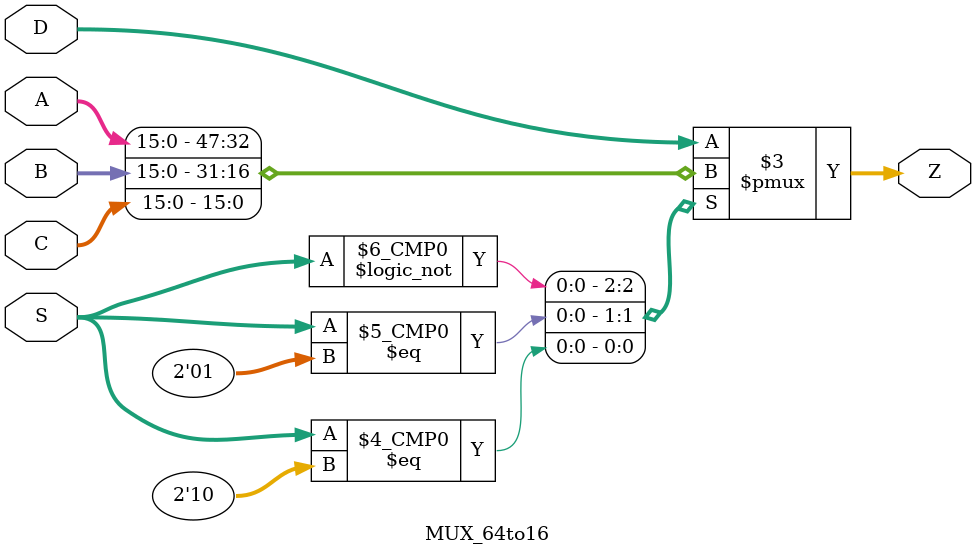
<source format=sv>
module MUX_64to16 (input logic [15:0] A,B,C,D,
						 input logic [1:0] S,
						 output logic [15:0] Z);
		  
	always_comb				//generic mux that used to control signals
	begin
	case (S)
		2'b00		: Z = A;
		2'b01		: Z = B;
		2'b10		: Z = C;
		default	: Z = D;
	endcase
	end


endmodule

</source>
